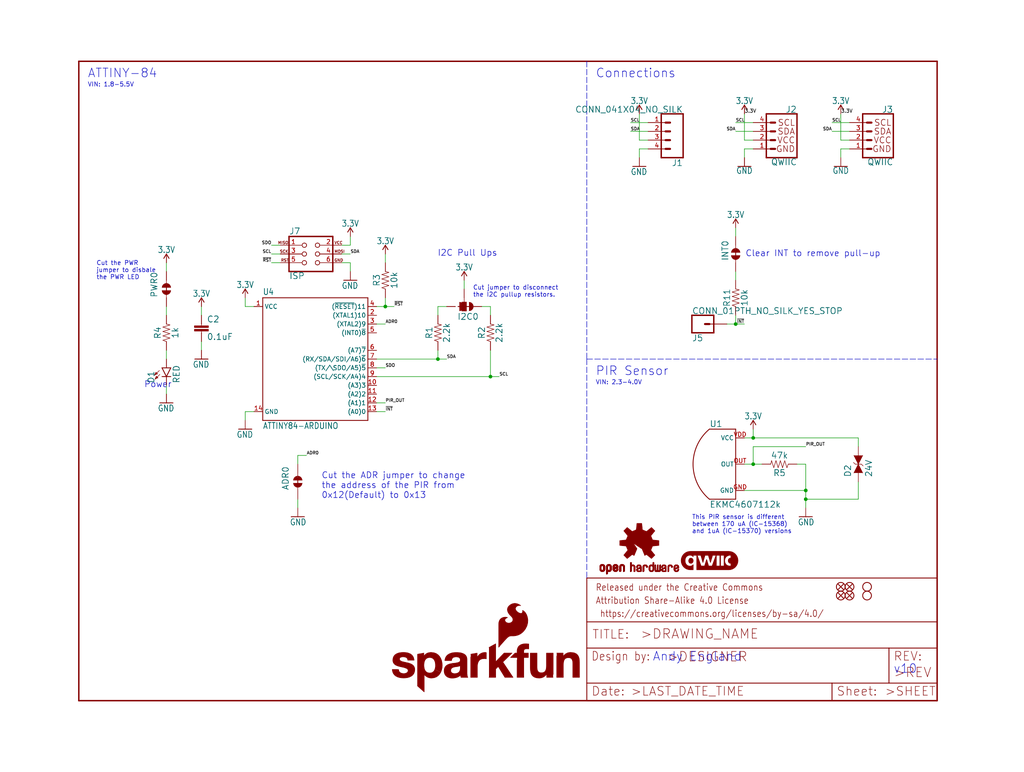
<source format=kicad_sch>
(kicad_sch (version 20211123) (generator eeschema)
  (paper "User" 297.002 223.926)
  (lib_symbols
    (symbol "eagleSchem-eagle-import:0.1UF-0603-25V-(+80{slash}-20%)"
      (property "Reference" "C" (at 1.524 2.921 0))
      (property "Value" "0.1UF-0603-25V-(+80{slash}-20%)" (at 1.524 -2.159 0))
      (symbol "0.1UF-0603-25V-(+80{slash}-20%)_1_0"
        (pin passive line (at 0 5.08 270) (length 2.54) (name "1") (number "1"))
        (pin passive line (at 0 -2.54 90) (length 2.54) (name "2") (number "2"))
      )
    )
    (symbol "eagleSchem-eagle-import:10KOHM-0603-1{slash}10W-1%"
      (property "Reference" "R" (at 0 1.524 0))
      (property "Value" "10KOHM-0603-1{slash}10W-1%" (at 0 -1.524 0))
      (symbol "10KOHM-0603-1{slash}10W-1%_1_0"
        (pin passive line (at -5.08 0 0) (length 2.54) (name "1") (number "1"))
        (pin passive line (at 5.08 0 180) (length 2.54) (name "2") (number "2"))
      )
    )
    (symbol "eagleSchem-eagle-import:1KOHM-0603-1{slash}10W-1%"
      (property "Reference" "R" (at 0 1.524 0))
      (property "Value" "1KOHM-0603-1{slash}10W-1%" (at 0 -1.524 0))
      (symbol "1KOHM-0603-1{slash}10W-1%_1_0"
        (pin passive line (at -5.08 0 0) (length 2.54) (name "1") (number "1"))
        (pin passive line (at 5.08 0 180) (length 2.54) (name "2") (number "2"))
      )
    )
    (symbol "eagleSchem-eagle-import:2.2KOHM-0603-1{slash}10W-1%"
      (property "Reference" "R" (at 0 1.524 0))
      (property "Value" "2.2KOHM-0603-1{slash}10W-1%" (at 0 -1.524 0))
      (symbol "2.2KOHM-0603-1{slash}10W-1%_1_0"
        (pin passive line (at -5.08 0 0) (length 2.54) (name "1") (number "1"))
        (pin passive line (at 5.08 0 180) (length 2.54) (name "2") (number "2"))
      )
    )
    (symbol "eagleSchem-eagle-import:3.3V" (power)
      (property "Value" "3.3V" (at 0 2.794 0))
      (symbol "3.3V_1_0"
        (pin power_in line (at 0 0 90) (length 2.54) (name "3.3V") (number "1"))
      )
    )
    (symbol "eagleSchem-eagle-import:47KOHM-0603-1{slash}10W-1%"
      (property "Reference" "R" (at 0 1.524 0))
      (property "Value" "47KOHM-0603-1{slash}10W-1%" (at 0 -1.524 0))
      (symbol "47KOHM-0603-1{slash}10W-1%_1_0"
        (pin passive line (at -5.08 0 0) (length 2.54) (name "1") (number "1"))
        (pin passive line (at 5.08 0 180) (length 2.54) (name "2") (number "2"))
      )
    )
    (symbol "eagleSchem-eagle-import:ATTINY84-ARDUINO"
      (property "Reference" "U" (at -15.24 18.542 0))
      (property "Value" "ATTINY84-ARDUINO" (at -15.24 -20.32 0))
      (symbol "ATTINY84-ARDUINO_1_0"
        (pin bidirectional line (at -17.78 15.24 0) (length 2.54) (name "VCC") (number "1"))
        (pin bidirectional line (at 17.78 -7.62 180) (length 2.54) (name "(A3)3") (number "10"))
        (pin bidirectional line (at 17.78 -10.16 180) (length 2.54) (name "(A2)2") (number "11"))
        (pin bidirectional line (at 17.78 -12.7 180) (length 2.54) (name "(A1)1") (number "12"))
        (pin bidirectional line (at 17.78 -15.24 180) (length 2.54) (name "(A0)0") (number "13"))
        (pin bidirectional line (at -17.78 -15.24 0) (length 2.54) (name "GND") (number "14"))
        (pin bidirectional line (at 17.78 12.7 180) (length 2.54) (name "(XTAL1)10") (number "2"))
        (pin bidirectional line (at 17.78 10.16 180) (length 2.54) (name "(XTAL2)9") (number "3"))
        (pin bidirectional line (at 17.78 15.24 180) (length 2.54) (name "(~{RESET})11") (number "4"))
        (pin bidirectional line (at 17.78 7.62 180) (length 2.54) (name "(INT0)~{8}") (number "5"))
        (pin bidirectional line (at 17.78 2.54 180) (length 2.54) (name "(A7)~{7}") (number "6"))
        (pin bidirectional line (at 17.78 0 180) (length 2.54) (name "(RX/SDA/SDI/A6)~{6}") (number "7"))
        (pin bidirectional line (at 17.78 -2.54 180) (length 2.54) (name "(TX/\\SDO/A5)~{5}") (number "8"))
        (pin bidirectional line (at 17.78 -5.08 180) (length 2.54) (name "(SCL/SCK/A4)4") (number "9"))
      )
    )
    (symbol "eagleSchem-eagle-import:AVR_SPI_PROG_3X2TESTPOINTS"
      (property "Reference" "J" (at -5.08 5.588 0))
      (property "Value" "AVR_SPI_PROG_3X2TESTPOINTS" (at -5.08 -7.366 0))
      (symbol "AVR_SPI_PROG_3X2TESTPOINTS_1_0"
        (text "GND" (at 8.001 -2.286 0) (effects (font (size 0.8128 0.8128)) (justify left bottom)))
        (text "MISO" (at -5.207 2.794 0) (effects (font (size 0.8128 0.8128)) (justify right bottom)))
        (text "MOSI" (at 8.001 0.254 0) (effects (font (size 0.8128 0.8128)) (justify left bottom)))
        (text "RST" (at -5.08 -2.286 0) (effects (font (size 0.8128 0.8128)) (justify right bottom)))
        (text "SCK" (at -5.207 0.254 0) (effects (font (size 0.8128 0.8128)) (justify right bottom)))
        (text "VCC" (at 8.001 2.794 0) (effects (font (size 0.8128 0.8128)) (justify left bottom)))
        (pin passive inverted (at -7.62 2.54 0) (length 7.62) (name "1") (number "1"))
        (pin passive inverted (at 10.16 2.54 180) (length 7.62) (name "2") (number "2"))
        (pin passive inverted (at -7.62 0 0) (length 7.62) (name "3") (number "3"))
        (pin passive inverted (at 10.16 0 180) (length 7.62) (name "4") (number "4"))
        (pin passive inverted (at -7.62 -2.54 0) (length 7.62) (name "5") (number "5"))
        (pin passive inverted (at 10.16 -2.54 180) (length 7.62) (name "6") (number "6"))
      )
    )
    (symbol "eagleSchem-eagle-import:CONN_01PTH_NO_SILK_YES_STOP"
      (property "Reference" "J" (at -2.54 3.048 0))
      (property "Value" "CONN_01PTH_NO_SILK_YES_STOP" (at -2.54 -4.826 0))
      (symbol "CONN_01PTH_NO_SILK_YES_STOP_1_0"
        (pin passive line (at 7.62 0 180) (length 5.08) (name "1") (number "1"))
      )
    )
    (symbol "eagleSchem-eagle-import:CONN_041X04_NO_SILK"
      (property "Reference" "J" (at -5.08 8.128 0))
      (property "Value" "CONN_041X04_NO_SILK" (at -5.08 -7.366 0))
      (symbol "CONN_041X04_NO_SILK_1_0"
        (pin passive line (at 5.08 -2.54 180) (length 5.08) (name "1") (number "1"))
        (pin passive line (at 5.08 0 180) (length 5.08) (name "2") (number "2"))
        (pin passive line (at 5.08 2.54 180) (length 5.08) (name "3") (number "3"))
        (pin passive line (at 5.08 5.08 180) (length 5.08) (name "4") (number "4"))
      )
    )
    (symbol "eagleSchem-eagle-import:DIODE_TVS"
      (property "Reference" "D" (at -3.81 2.032 0))
      (property "Value" "DIODE_TVS" (at -3.81 -2.032 0))
      (symbol "DIODE_TVS_1_0"
        (pin passive line (at -5.08 0 0) (length 0) (name "A") (number "1"))
        (pin passive line (at 5.08 0 180) (length 0) (name "C") (number "2"))
      )
    )
    (symbol "eagleSchem-eagle-import:FIDUCIALUFIDUCIAL")
    (symbol "eagleSchem-eagle-import:FRAME-LETTER"
      (symbol "FRAME-LETTER_2_0"
        (text " https://creativecommons.org/licenses/by-sa/4.0/" (at 2.54 24.13 0) (effects (font (size 1.9304 1.6408)) (justify left bottom)))
        (text ">DESIGNER" (at 23.114 11.176 0) (effects (font (size 2.7432 2.7432)) (justify left bottom)))
        (text ">DRAWING_NAME" (at 15.494 17.78 0) (effects (font (size 2.7432 2.7432)) (justify left bottom)))
        (text ">LAST_DATE_TIME" (at 12.7 1.27 0) (effects (font (size 2.54 2.54)) (justify left bottom)))
        (text ">REV" (at 88.9 6.604 0) (effects (font (size 2.7432 2.7432)) (justify left bottom)))
        (text ">SHEET" (at 86.36 1.27 0) (effects (font (size 2.54 2.54)) (justify left bottom)))
        (text "Attribution Share-Alike 4.0 License" (at 2.54 27.94 0) (effects (font (size 1.9304 1.6408)) (justify left bottom)))
        (text "Date:" (at 1.27 1.27 0) (effects (font (size 2.54 2.54)) (justify left bottom)))
        (text "Design by:" (at 1.27 11.43 0) (effects (font (size 2.54 2.159)) (justify left bottom)))
        (text "Released under the Creative Commons" (at 2.54 31.75 0) (effects (font (size 1.9304 1.6408)) (justify left bottom)))
        (text "REV:" (at 88.9 11.43 0) (effects (font (size 2.54 2.54)) (justify left bottom)))
        (text "Sheet:" (at 72.39 1.27 0) (effects (font (size 2.54 2.54)) (justify left bottom)))
        (text "TITLE:" (at 1.524 17.78 0) (effects (font (size 2.54 2.54)) (justify left bottom)))
      )
    )
    (symbol "eagleSchem-eagle-import:GND" (power)
      (property "Value" "GND" (at -2.54 -2.54 0))
      (symbol "GND_1_0"
        (pin power_in line (at 0 2.54 270) (length 2.54) (name "GND") (number "1"))
      )
    )
    (symbol "eagleSchem-eagle-import:JUMPER-SMT_2_NC_TRACE_SILK"
      (property "Reference" "JP" (at -2.54 2.54 0))
      (property "Value" "JUMPER-SMT_2_NC_TRACE_SILK" (at -2.54 -2.54 0))
      (symbol "JUMPER-SMT_2_NC_TRACE_SILK_1_0"
        (pin passive line (at -5.08 0 0) (length 2.54) (name "1") (number "1"))
        (pin passive line (at 5.08 0 180) (length 2.54) (name "2") (number "2"))
      )
    )
    (symbol "eagleSchem-eagle-import:JUMPER-SMT_3_2-NC_TRACE_SILK"
      (property "Reference" "JP" (at 2.54 0.381 0))
      (property "Value" "JUMPER-SMT_3_2-NC_TRACE_SILK" (at 2.54 -0.381 0))
      (symbol "JUMPER-SMT_3_2-NC_TRACE_SILK_1_0"
        (pin passive line (at 0 5.08 270) (length 2.54) (name "1") (number "1"))
        (pin passive line (at -5.08 0 0) (length 2.54) (name "2") (number "2"))
        (pin passive line (at 0 -5.08 90) (length 2.54) (name "3") (number "3"))
      )
    )
    (symbol "eagleSchem-eagle-import:LED-RED0603"
      (property "Reference" "D" (at -3.429 -4.572 90))
      (property "Value" "LED-RED0603" (at 1.905 -4.572 90))
      (symbol "LED-RED0603_1_0"
        (pin passive line (at 0 2.54 270) (length 2.54) (name "A") (number "A"))
        (pin passive line (at 0 -5.08 90) (length 2.54) (name "C") (number "C"))
      )
    )
    (symbol "eagleSchem-eagle-import:OSHW-LOGOMINI")
    (symbol "eagleSchem-eagle-import:PIR_EKM4607112K"
      (property "Reference" "U" (at -2.54 10.668 0))
      (property "Value" "PIR_EKM4607112K" (at -2.54 -12.7 0))
      (symbol "PIR_EKM4607112K_1_0"
        (pin bidirectional line (at 7.62 -7.62 180) (length 2.54) (name "GND") (number "GND"))
        (pin bidirectional line (at 7.62 0 180) (length 2.54) (name "OUT") (number "OUT"))
        (pin bidirectional line (at 7.62 7.62 180) (length 2.54) (name "VCC") (number "VDD"))
      )
    )
    (symbol "eagleSchem-eagle-import:QWIIC_CONNECTORJS-1MM"
      (property "Reference" "J" (at -5.08 7.874 0))
      (property "Value" "QWIIC_CONNECTORJS-1MM" (at -5.08 -5.334 0))
      (symbol "QWIIC_CONNECTORJS-1MM_1_0"
        (text "GND" (at -4.572 -2.54 0) (effects (font (size 1.778 1.778)) (justify left)))
        (text "SCL" (at -4.572 5.08 0) (effects (font (size 1.778 1.778)) (justify left)))
        (text "SDA" (at -4.572 2.54 0) (effects (font (size 1.778 1.778)) (justify left)))
        (text "VCC" (at -4.572 0 0) (effects (font (size 1.778 1.778)) (justify left)))
        (pin power_in line (at 7.62 -2.54 180) (length 5.08) (name "1") (number "1"))
        (pin power_in line (at 7.62 0 180) (length 5.08) (name "2") (number "2"))
        (pin passive line (at 7.62 2.54 180) (length 5.08) (name "3") (number "3"))
        (pin passive line (at 7.62 5.08 180) (length 5.08) (name "4") (number "4"))
      )
    )
    (symbol "eagleSchem-eagle-import:QWIIC_LOGO_5MM")
    (symbol "eagleSchem-eagle-import:SFE_LOGO_FLAME.1_INCH")
    (symbol "eagleSchem-eagle-import:SFE_LOGO_NAME.1_INCH")
    (symbol "eagleSchem-eagle-import:STAND-OFF")
    (symbol "eagleSchem-eagle-import:VCC" (power)
      (property "Value" "VCC" (at 0 2.794 0))
      (symbol "VCC_1_0"
        (pin power_in line (at 0 0 90) (length 2.54) (name "VCC") (number "1"))
      )
    )
  )
  (junction (at 111.76 88.9))
  (junction (at 127 104.14))
  (junction (at 218.44 134.62))
  (junction (at 233.68 142.24))
  (junction (at 218.44 127))
  (junction (at 213.36 93.98))
  (junction (at 142.24 109.22))
  (junction (at 233.68 144.78))
  (wire (pts (xy 111.76 76.2) (xy 111.76 73.66)))
  (wire (pts (xy 246.38 35.56) (xy 241.3 35.56)))
  (wire (pts (xy 187.96 38.1) (xy 182.88 38.1)))
  (wire (pts (xy 111.76 88.9) (xy 111.76 86.36)))
  (wire (pts (xy 73.66 88.9) (xy 71.12 88.9)))
  (wire (pts (xy 246.38 43.18) (xy 243.84 43.18)))
  (wire (pts (xy 187.96 35.56) (xy 182.88 35.56)))
  (wire (pts (xy 218.44 127) (xy 248.92 127)))
  (wire (pts (xy 243.84 40.64) (xy 246.38 40.64)))
  (wire (pts (xy 220.98 134.62) (xy 218.44 134.62)))
  (wire (pts (xy 248.92 127) (xy 248.92 129.54)))
  (wire (pts (xy 213.36 66.04) (xy 213.36 68.58)))
  (polyline (pts (xy 170.18 104.14) (xy 271.78 104.14)))
  (wire (pts (xy 142.24 88.9) (xy 142.24 91.44)))
  (wire (pts (xy 101.6 68.58) (xy 101.6 71.12)))
  (wire (pts (xy 218.44 134.62) (xy 218.44 129.54)))
  (wire (pts (xy 210.82 93.98) (xy 213.36 93.98)))
  (wire (pts (xy 48.26 76.2) (xy 48.26 78.74)))
  (wire (pts (xy 109.22 104.14) (xy 127 104.14)))
  (wire (pts (xy 48.26 114.3) (xy 48.26 111.76)))
  (wire (pts (xy 213.36 91.44) (xy 213.36 93.98)))
  (wire (pts (xy 134.62 83.82) (xy 134.62 81.28)))
  (wire (pts (xy 48.26 91.44) (xy 48.26 88.9)))
  (wire (pts (xy 127 88.9) (xy 127 91.44)))
  (wire (pts (xy 81.28 73.66) (xy 78.74 73.66)))
  (wire (pts (xy 213.36 93.98) (xy 215.9 93.98)))
  (wire (pts (xy 86.36 134.62) (xy 86.36 132.08)))
  (wire (pts (xy 109.22 93.98) (xy 111.76 93.98)))
  (wire (pts (xy 248.92 144.78) (xy 233.68 144.78)))
  (wire (pts (xy 86.36 144.78) (xy 86.36 147.32)))
  (wire (pts (xy 129.54 88.9) (xy 127 88.9)))
  (wire (pts (xy 248.92 139.7) (xy 248.92 144.78)))
  (wire (pts (xy 101.6 76.2) (xy 101.6 78.74)))
  (wire (pts (xy 187.96 43.18) (xy 185.42 43.18)))
  (wire (pts (xy 109.22 116.84) (xy 111.76 116.84)))
  (wire (pts (xy 127 104.14) (xy 129.54 104.14)))
  (wire (pts (xy 139.7 88.9) (xy 142.24 88.9)))
  (wire (pts (xy 81.28 76.2) (xy 78.74 76.2)))
  (wire (pts (xy 185.42 33.02) (xy 185.42 40.64)))
  (wire (pts (xy 215.9 142.24) (xy 233.68 142.24)))
  (wire (pts (xy 243.84 43.18) (xy 243.84 45.72)))
  (wire (pts (xy 111.76 88.9) (xy 114.3 88.9)))
  (wire (pts (xy 233.68 144.78) (xy 233.68 147.32)))
  (wire (pts (xy 218.44 43.18) (xy 215.9 43.18)))
  (wire (pts (xy 233.68 134.62) (xy 231.14 134.62)))
  (wire (pts (xy 86.36 132.08) (xy 88.9 132.08)))
  (wire (pts (xy 58.42 91.44) (xy 58.42 88.9)))
  (wire (pts (xy 99.06 73.66) (xy 101.6 73.66)))
  (wire (pts (xy 187.96 40.64) (xy 185.42 40.64)))
  (wire (pts (xy 142.24 101.6) (xy 142.24 109.22)))
  (wire (pts (xy 109.22 119.38) (xy 111.76 119.38)))
  (wire (pts (xy 185.42 45.72) (xy 185.42 43.18)))
  (wire (pts (xy 142.24 109.22) (xy 144.78 109.22)))
  (wire (pts (xy 99.06 71.12) (xy 101.6 71.12)))
  (wire (pts (xy 218.44 129.54) (xy 233.68 129.54)))
  (wire (pts (xy 48.26 104.14) (xy 48.26 101.6)))
  (wire (pts (xy 218.44 134.62) (xy 215.9 134.62)))
  (wire (pts (xy 109.22 88.9) (xy 111.76 88.9)))
  (wire (pts (xy 218.44 127) (xy 218.44 124.46)))
  (wire (pts (xy 218.44 35.56) (xy 213.36 35.56)))
  (wire (pts (xy 233.68 142.24) (xy 233.68 144.78)))
  (wire (pts (xy 81.28 71.12) (xy 78.74 71.12)))
  (wire (pts (xy 243.84 33.02) (xy 243.84 40.64)))
  (polyline (pts (xy 170.18 17.78) (xy 170.18 104.14)))
  (wire (pts (xy 218.44 38.1) (xy 213.36 38.1)))
  (wire (pts (xy 73.66 119.38) (xy 71.12 119.38)))
  (wire (pts (xy 215.9 127) (xy 218.44 127)))
  (wire (pts (xy 109.22 106.68) (xy 111.76 106.68)))
  (wire (pts (xy 109.22 109.22) (xy 142.24 109.22)))
  (wire (pts (xy 99.06 76.2) (xy 101.6 76.2)))
  (polyline (pts (xy 170.18 104.14) (xy 170.18 167.64)))
  (wire (pts (xy 127 101.6) (xy 127 104.14)))
  (wire (pts (xy 71.12 119.38) (xy 71.12 121.92)))
  (wire (pts (xy 71.12 88.9) (xy 71.12 86.36)))
  (wire (pts (xy 213.36 78.74) (xy 213.36 81.28)))
  (wire (pts (xy 58.42 99.06) (xy 58.42 101.6)))
  (wire (pts (xy 215.9 40.64) (xy 218.44 40.64)))
  (wire (pts (xy 246.38 38.1) (xy 241.3 38.1)))
  (wire (pts (xy 215.9 33.02) (xy 215.9 40.64)))
  (wire (pts (xy 233.68 142.24) (xy 233.68 134.62)))
  (wire (pts (xy 215.9 43.18) (xy 215.9 45.72)))
  (text "v10" (at 259.08 195.58 180) (effects (font (size 2.54 2.54)) (justify left bottom)))
  (text "Cut the ADR jumper to change\nthe address of the PIR from\n0x12(Default) to 0x13" (at 93.218 144.78 0) (effects (font (size 1.778 1.778)) (justify left bottom)))
  (text "ATTINY-84" (at 25.4 22.86 180) (effects (font (size 2.54 2.54)) (justify left bottom)))
  (text "Cut the PWR\njumper to disbale\nthe PWR LED" (at 27.94 81.28 180) (effects (font (size 1.27 1.27)) (justify left bottom)))
  (text "PIR Sensor" (at 172.72 109.22 180) (effects (font (size 2.54 2.54)) (justify left bottom)))
  (text "Connections" (at 172.72 22.86 180) (effects (font (size 2.54 2.54)) (justify left bottom)))
  (text "Cut jumper to disconnect\nthe I2C pullup resistors." (at 137.16 86.36 0) (effects (font (size 1.27 1.27)) (justify left bottom)))
  (text "This PIR sensor is different\nbetween 170 uA (IC-15368)\nand 1uA (IC-15370) versions" (at 200.66 154.94 0) (effects (font (size 1.27 1.27)) (justify left bottom)))
  (text "Andy England" (at 189.23 192.024 180) (effects (font (size 2.54 2.54)) (justify left bottom)))
  (text "Clear INT to remove pull-up" (at 216.154 74.676 180) (effects (font (size 1.778 1.778)) (justify left bottom)))
  (text "I2C Pull Ups" (at 126.873 74.549 180) (effects (font (size 1.778 1.778)) (justify left bottom)))
  (text "Power" (at 41.783 112.649 180) (effects (font (size 1.778 1.778)) (justify left bottom)))
  (text "VIN: 2.3-4.0V" (at 172.72 111.76 180) (effects (font (size 1.27 1.27)) (justify left bottom)))
  (text "VIN: 1.8-5.5V" (at 25.4 25.4 180) (effects (font (size 1.27 1.27)) (justify left bottom)))
  (label "SDO" (at 78.74 71.12 180) (effects (font (size 0.889 0.889))))
  (label "3.3V" (at 215.9 33.02 0) (effects (font (size 1.016 1.016))))
  (label "SDO" (at 111.76 106.68 0) (effects (font (size 0.889 0.889))))
  (label "SDA" (at 129.54 104.14 0) (effects (font (size 0.889 0.889))))
  (label "~{RST}" (at 114.3 88.9 0) (effects (font (size 0.889 0.889))))
  (label "SCL" (at 241.3 35.56 0) (effects (font (size 0.889 0.889))))
  (label "SCL" (at 78.74 73.66 180) (effects (font (size 0.889 0.889))))
  (label "SDA" (at 241.3 38.1 180) (effects (font (size 0.889 0.889))))
  (label "~{RST}" (at 78.74 76.2 180) (effects (font (size 0.889 0.889))))
  (label "~{INT}" (at 111.76 119.38 0) (effects (font (size 0.889 0.889))))
  (label "SCL" (at 144.78 109.22 0) (effects (font (size 0.889 0.889))))
  (label "SDA" (at 182.88 38.1 0) (effects (font (size 0.889 0.889))))
  (label "ADR0" (at 88.9 132.08 0) (effects (font (size 0.889 0.889))))
  (label "SDA" (at 213.36 38.1 180) (effects (font (size 0.889 0.889))))
  (label "3.3V" (at 243.84 33.02 0) (effects (font (size 1.016 1.016))))
  (label "ADR0" (at 111.76 93.98 0) (effects (font (size 0.889 0.889))))
  (label "PIR_OUT" (at 111.76 116.84 0) (effects (font (size 0.889 0.889))))
  (label "SCL" (at 213.36 35.56 0) (effects (font (size 0.889 0.889))))
  (label "PIR_OUT" (at 233.68 129.54 0) (effects (font (size 0.889 0.889))))
  (label "SCL" (at 182.88 35.56 0) (effects (font (size 0.889 0.889))))
  (label "SDA" (at 101.6 73.66 0) (effects (font (size 0.889 0.889))))
  (label "~{INT}" (at 215.9 93.98 180) (effects (font (size 0.889 0.889))))
  (symbol (lib_id "eagleSchem-eagle-import:CONN_01PTH_NO_SILK_YES_STOP") (at 203.2 93.98 0) (mirror x) (unit 1)
    (property "Reference" "J5" (at 200.66 97.028 0) (effects (font (size 1.778 1.778)) (justify left bottom)))
    (property "Value" "CONN_01PTH_NO_SILK_YES_STOP" (at 200.66 89.154 0) (effects (font (size 1.778 1.778)) (justify left bottom)))
    (property "Footprint" "eagleSchem:1X01_NO_SILK" (effects hide))
  )
  (symbol (lib_id "eagleSchem-eagle-import:47KOHM-0603-1{slash}10W-1%") (at 226.06 134.62 180) (unit 1)
    (property "Reference" "R5" (at 226.06 136.144 0) (effects (font (size 1.778 1.778)) (justify bottom)))
    (property "Value" "47k" (at 226.06 133.096 0) (effects (font (size 1.778 1.778)) (justify top)))
    (property "Footprint" "eagleSchem:0603" (effects hide))
  )
  (symbol (lib_id "eagleSchem-eagle-import:3.3V") (at 71.12 86.36 0) (unit 1)
    (property "Reference" "#SUPPLY17" (effects hide))
    (property "Value" "3.3V" (at 71.12 83.566 0) (effects (font (size 1.778 1.5113)) (justify bottom)))
    (property "Footprint" "eagleSchem:" (effects hide))
  )
  (symbol (lib_id "eagleSchem-eagle-import:ATTINY84-ARDUINO") (at 91.44 104.14 0) (unit 1)
    (property "Reference" "U4" (at 76.2 85.598 0) (effects (font (size 1.778 1.5113)) (justify left bottom)))
    (property "Value" "ATTINY84-ARDUINO" (at 76.2 124.46 0) (effects (font (size 1.778 1.5113)) (justify left bottom)))
    (property "Footprint" "eagleSchem:SO14" (effects hide))
  )
  (symbol (lib_id "eagleSchem-eagle-import:QWIIC_CONNECTORJS-1MM") (at 254 40.64 0) (mirror y) (unit 1)
    (property "Reference" "J3" (at 259.08 32.766 0) (effects (font (size 1.778 1.778)) (justify left bottom)))
    (property "Value" "QWIIC" (at 251.46 48.006 0) (effects (font (size 1.778 1.778)) (justify right bottom)))
    (property "Footprint" "eagleSchem:JST04_1MM_RA" (effects hide))
  )
  (symbol (lib_id "eagleSchem-eagle-import:JUMPER-SMT_2_NC_TRACE_SILK") (at 48.26 83.82 90) (unit 1)
    (property "Reference" "PWR0" (at 45.72 86.36 0) (effects (font (size 1.778 1.778)) (justify left bottom)))
    (property "Value" "JUMPER-SMT_2_NC_TRACE_SILK" (effects hide))
    (property "Footprint" "eagleSchem:SMT-JUMPER_2_NC_TRACE_SILK" (effects hide))
  )
  (symbol (lib_id "eagleSchem-eagle-import:10KOHM-0603-1{slash}10W-1%") (at 111.76 81.28 90) (unit 1)
    (property "Reference" "R3" (at 110.236 81.28 0) (effects (font (size 1.778 1.778)) (justify bottom)))
    (property "Value" "10k" (at 113.284 81.28 0) (effects (font (size 1.778 1.778)) (justify top)))
    (property "Footprint" "eagleSchem:0603" (effects hide))
  )
  (symbol (lib_id "eagleSchem-eagle-import:2.2KOHM-0603-1{slash}10W-1%") (at 142.24 96.52 90) (unit 1)
    (property "Reference" "R2" (at 140.716 96.52 0) (effects (font (size 1.778 1.778)) (justify bottom)))
    (property "Value" "2.2k" (at 143.764 96.52 0) (effects (font (size 1.778 1.778)) (justify top)))
    (property "Footprint" "eagleSchem:0603" (effects hide))
  )
  (symbol (lib_id "eagleSchem-eagle-import:GND") (at 58.42 104.14 0) (unit 1)
    (property "Reference" "#GND7" (effects hide))
    (property "Value" "GND" (at 55.88 106.68 0) (effects (font (size 1.778 1.5113)) (justify left bottom)))
    (property "Footprint" "eagleSchem:" (effects hide))
  )
  (symbol (lib_id "eagleSchem-eagle-import:FIDUCIALUFIDUCIAL") (at 243.84 172.72 0) (unit 1)
    (property "Reference" "JP8" (effects hide))
    (property "Value" "FIDUCIALUFIDUCIAL" (effects hide))
    (property "Footprint" "eagleSchem:MICRO-FIDUCIAL" (effects hide))
  )
  (symbol (lib_id "eagleSchem-eagle-import:GND") (at 48.26 116.84 0) (unit 1)
    (property "Reference" "#GND10" (effects hide))
    (property "Value" "GND" (at 45.72 119.38 0) (effects (font (size 1.778 1.5113)) (justify left bottom)))
    (property "Footprint" "eagleSchem:" (effects hide))
  )
  (symbol (lib_id "eagleSchem-eagle-import:GND") (at 215.9 48.26 0) (unit 1)
    (property "Reference" "#GND4" (effects hide))
    (property "Value" "GND" (at 215.9 48.514 0) (effects (font (size 1.778 1.5113)) (justify top)))
    (property "Footprint" "eagleSchem:" (effects hide))
  )
  (symbol (lib_id "eagleSchem-eagle-import:3.3V") (at 218.44 124.46 0) (unit 1)
    (property "Reference" "#SUPPLY1" (effects hide))
    (property "Value" "3.3V" (at 218.44 121.666 0) (effects (font (size 1.778 1.5113)) (justify bottom)))
    (property "Footprint" "eagleSchem:" (effects hide))
  )
  (symbol (lib_id "eagleSchem-eagle-import:SFE_LOGO_NAME.1_INCH") (at 111.76 200.66 0) (unit 1)
    (property "Reference" "LOGO3" (effects hide))
    (property "Value" "SFE_LOGO_NAME.1_INCH" (effects hide))
    (property "Footprint" "eagleSchem:SFE_LOGO_NAME_.1" (effects hide))
  )
  (symbol (lib_id "eagleSchem-eagle-import:3.3V") (at 111.76 73.66 0) (unit 1)
    (property "Reference" "#SUPPLY18" (effects hide))
    (property "Value" "3.3V" (at 111.76 70.866 0) (effects (font (size 1.778 1.5113)) (justify bottom)))
    (property "Footprint" "eagleSchem:" (effects hide))
  )
  (symbol (lib_id "eagleSchem-eagle-import:JUMPER-SMT_3_2-NC_TRACE_SILK") (at 134.62 88.9 270) (unit 1)
    (property "Reference" "I2C0" (at 132.588 92.837 90) (effects (font (size 1.778 1.778)) (justify left bottom)))
    (property "Value" "JUMPER-SMT_3_2-NC_TRACE_SILK" (effects hide))
    (property "Footprint" "eagleSchem:SMT-JUMPER_3_2-NC_TRACE_SILK" (effects hide))
  )
  (symbol (lib_id "eagleSchem-eagle-import:GND") (at 101.6 81.28 0) (unit 1)
    (property "Reference" "#GND14" (effects hide))
    (property "Value" "GND" (at 99.06 83.82 0) (effects (font (size 1.778 1.5113)) (justify left bottom)))
    (property "Footprint" "eagleSchem:" (effects hide))
  )
  (symbol (lib_id "eagleSchem-eagle-import:SFE_LOGO_FLAME.1_INCH") (at 144.272 188.214 0) (unit 1)
    (property "Reference" "LOGO4" (effects hide))
    (property "Value" "SFE_LOGO_FLAME.1_INCH" (effects hide))
    (property "Footprint" "eagleSchem:SFE_LOGO_FLAME_.1" (effects hide))
  )
  (symbol (lib_id "eagleSchem-eagle-import:FIDUCIALUFIDUCIAL") (at 246.38 170.18 0) (unit 1)
    (property "Reference" "JP6" (effects hide))
    (property "Value" "FIDUCIALUFIDUCIAL" (effects hide))
    (property "Footprint" "eagleSchem:MICRO-FIDUCIAL" (effects hide))
  )
  (symbol (lib_id "eagleSchem-eagle-import:LED-RED0603") (at 48.26 106.68 0) (unit 1)
    (property "Reference" "D1" (at 44.831 111.252 90) (effects (font (size 1.778 1.778)) (justify left bottom)))
    (property "Value" "RED" (at 50.165 111.252 90) (effects (font (size 1.778 1.778)) (justify left top)))
    (property "Footprint" "eagleSchem:LED-0603" (effects hide))
  )
  (symbol (lib_id "eagleSchem-eagle-import:10KOHM-0603-1{slash}10W-1%") (at 213.36 86.36 90) (unit 1)
    (property "Reference" "R11" (at 211.836 86.36 0) (effects (font (size 1.778 1.778)) (justify bottom)))
    (property "Value" "10k" (at 214.884 86.36 0) (effects (font (size 1.778 1.778)) (justify top)))
    (property "Footprint" "eagleSchem:0603" (effects hide))
  )
  (symbol (lib_id "eagleSchem-eagle-import:VCC") (at 215.9 33.02 0) (unit 1)
    (property "Reference" "#SUPPLY6" (effects hide))
    (property "Value" "3.3V" (at 215.9 30.226 0) (effects (font (size 1.778 1.5113)) (justify bottom)))
    (property "Footprint" "eagleSchem:" (effects hide))
  )
  (symbol (lib_id "eagleSchem-eagle-import:OSHW-LOGOMINI") (at 185.42 157.48 0) (unit 1)
    (property "Reference" "LOGO1" (effects hide))
    (property "Value" "OSHW-LOGOMINI" (effects hide))
    (property "Footprint" "eagleSchem:OSHW-LOGO-MINI" (effects hide))
  )
  (symbol (lib_id "eagleSchem-eagle-import:3.3V") (at 58.42 88.9 0) (unit 1)
    (property "Reference" "#SUPPLY2" (effects hide))
    (property "Value" "3.3V" (at 58.42 86.106 0) (effects (font (size 1.778 1.5113)) (justify bottom)))
    (property "Footprint" "eagleSchem:" (effects hide))
  )
  (symbol (lib_id "eagleSchem-eagle-import:GND") (at 86.36 149.86 0) (mirror y) (unit 1)
    (property "Reference" "#GND12" (effects hide))
    (property "Value" "GND" (at 88.9 152.4 0) (effects (font (size 1.778 1.5113)) (justify left bottom)))
    (property "Footprint" "eagleSchem:" (effects hide))
  )
  (symbol (lib_id "eagleSchem-eagle-import:JUMPER-SMT_2_NC_TRACE_SILK") (at 213.36 73.66 90) (unit 1)
    (property "Reference" "INT0" (at 211.328 75.692 0) (effects (font (size 1.778 1.778)) (justify left bottom)))
    (property "Value" "JUMPER-SMT_2_NC_TRACE_SILK" (effects hide))
    (property "Footprint" "eagleSchem:SMT-JUMPER_2_NC_TRACE_SILK" (effects hide))
  )
  (symbol (lib_id "eagleSchem-eagle-import:3.3V") (at 101.6 68.58 0) (unit 1)
    (property "Reference" "#SUPPLY19" (effects hide))
    (property "Value" "3.3V" (at 101.6 65.786 0) (effects (font (size 1.778 1.5113)) (justify bottom)))
    (property "Footprint" "eagleSchem:" (effects hide))
  )
  (symbol (lib_id "eagleSchem-eagle-import:GND") (at 243.84 48.26 0) (unit 1)
    (property "Reference" "#GND6" (effects hide))
    (property "Value" "GND" (at 243.84 48.514 0) (effects (font (size 1.778 1.5113)) (justify top)))
    (property "Footprint" "eagleSchem:" (effects hide))
  )
  (symbol (lib_id "eagleSchem-eagle-import:3.3V") (at 48.26 76.2 0) (unit 1)
    (property "Reference" "#SUPPLY3" (effects hide))
    (property "Value" "3.3V" (at 48.26 73.406 0) (effects (font (size 1.778 1.5113)) (justify bottom)))
    (property "Footprint" "eagleSchem:" (effects hide))
  )
  (symbol (lib_id "eagleSchem-eagle-import:2.2KOHM-0603-1{slash}10W-1%") (at 127 96.52 90) (unit 1)
    (property "Reference" "R1" (at 125.476 96.52 0) (effects (font (size 1.778 1.778)) (justify bottom)))
    (property "Value" "2.2k" (at 128.524 96.52 0) (effects (font (size 1.778 1.778)) (justify top)))
    (property "Footprint" "eagleSchem:0603" (effects hide))
  )
  (symbol (lib_id "eagleSchem-eagle-import:DIODE_TVS") (at 248.92 134.62 90) (unit 1)
    (property "Reference" "D2" (at 246.888 138.43 0) (effects (font (size 1.778 1.778)) (justify left bottom)))
    (property "Value" "24V" (at 250.952 138.43 0) (effects (font (size 1.778 1.778)) (justify left top)))
    (property "Footprint" "eagleSchem:0603" (effects hide))
  )
  (symbol (lib_id "eagleSchem-eagle-import:3.3V") (at 213.36 66.04 0) (unit 1)
    (property "Reference" "#SUPPLY5" (effects hide))
    (property "Value" "3.3V" (at 213.36 63.246 0) (effects (font (size 1.778 1.5113)) (justify bottom)))
    (property "Footprint" "eagleSchem:" (effects hide))
  )
  (symbol (lib_id "eagleSchem-eagle-import:QWIIC_CONNECTORJS-1MM") (at 226.06 40.64 0) (mirror y) (unit 1)
    (property "Reference" "J2" (at 231.14 32.766 0) (effects (font (size 1.778 1.778)) (justify left bottom)))
    (property "Value" "QWIIC" (at 223.52 48.006 0) (effects (font (size 1.778 1.778)) (justify right bottom)))
    (property "Footprint" "eagleSchem:JST04_1MM_RA" (effects hide))
  )
  (symbol (lib_id "eagleSchem-eagle-import:3.3V") (at 185.42 33.02 0) (unit 1)
    (property "Reference" "#SUPPLY12" (effects hide))
    (property "Value" "3.3V" (at 185.42 30.226 0) (effects (font (size 1.778 1.5113)) (justify bottom)))
    (property "Footprint" "eagleSchem:" (effects hide))
  )
  (symbol (lib_id "eagleSchem-eagle-import:JUMPER-SMT_2_NC_TRACE_SILK") (at 86.36 139.7 90) (unit 1)
    (property "Reference" "ADR0" (at 83.82 142.24 0) (effects (font (size 1.778 1.778)) (justify left bottom)))
    (property "Value" "JUMPER-SMT_2_NC_TRACE_SILK" (effects hide))
    (property "Footprint" "eagleSchem:SMT-JUMPER_2_NC_TRACE_SILK" (effects hide))
  )
  (symbol (lib_id "eagleSchem-eagle-import:3.3V") (at 134.62 81.28 0) (unit 1)
    (property "Reference" "#SUPPLY15" (effects hide))
    (property "Value" "3.3V" (at 134.62 78.486 0) (effects (font (size 1.778 1.5113)) (justify bottom)))
    (property "Footprint" "eagleSchem:" (effects hide))
  )
  (symbol (lib_id "eagleSchem-eagle-import:VCC") (at 243.84 33.02 0) (unit 1)
    (property "Reference" "#SUPPLY7" (effects hide))
    (property "Value" "3.3V" (at 243.84 30.226 0) (effects (font (size 1.778 1.5113)) (justify bottom)))
    (property "Footprint" "eagleSchem:" (effects hide))
  )
  (symbol (lib_id "eagleSchem-eagle-import:FRAME-LETTER") (at 170.18 203.2 0) (unit 2)
    (property "Reference" "FRAME1" (effects hide))
    (property "Value" "FRAME-LETTER" (effects hide))
    (property "Footprint" "eagleSchem:CREATIVE_COMMONS" (effects hide))
  )
  (symbol (lib_id "eagleSchem-eagle-import:STAND-OFF") (at 251.46 172.72 0) (unit 1)
    (property "Reference" "H2" (effects hide))
    (property "Value" "STAND-OFF" (effects hide))
    (property "Footprint" "eagleSchem:STAND-OFF" (effects hide))
  )
  (symbol (lib_id "eagleSchem-eagle-import:PIR_EKM4607112K") (at 208.28 134.62 0) (unit 1)
    (property "Reference" "U1" (at 205.74 123.952 0) (effects (font (size 1.778 1.778)) (justify left bottom)))
    (property "Value" "EKMC4607112k" (at 205.74 147.32 0) (effects (font (size 1.778 1.778)) (justify left bottom)))
    (property "Footprint" "eagleSchem:TO-3" (effects hide))
  )
  (symbol (lib_id "eagleSchem-eagle-import:GND") (at 185.42 48.26 0) (unit 1)
    (property "Reference" "#GND8" (effects hide))
    (property "Value" "GND" (at 182.88 50.8 0) (effects (font (size 1.778 1.5113)) (justify left bottom)))
    (property "Footprint" "eagleSchem:" (effects hide))
  )
  (symbol (lib_id "eagleSchem-eagle-import:FIDUCIALUFIDUCIAL") (at 243.84 170.18 0) (unit 1)
    (property "Reference" "JP2" (effects hide))
    (property "Value" "FIDUCIALUFIDUCIAL" (effects hide))
    (property "Footprint" "eagleSchem:MICRO-FIDUCIAL" (effects hide))
  )
  (symbol (lib_id "eagleSchem-eagle-import:FRAME-LETTER") (at 22.86 203.2 0) (unit 1)
    (property "Reference" "FRAME1" (effects hide))
    (property "Value" "FRAME-LETTER" (effects hide))
    (property "Footprint" "eagleSchem:CREATIVE_COMMONS" (effects hide))
  )
  (symbol (lib_id "eagleSchem-eagle-import:CONN_041X04_NO_SILK") (at 193.04 38.1 180) (unit 1)
    (property "Reference" "J1" (at 198.12 46.228 0) (effects (font (size 1.778 1.778)) (justify left bottom)))
    (property "Value" "CONN_041X04_NO_SILK" (at 198.12 30.734 0) (effects (font (size 1.778 1.778)) (justify left bottom)))
    (property "Footprint" "eagleSchem:1X04_NO_SILK" (effects hide))
  )
  (symbol (lib_id "eagleSchem-eagle-import:0.1UF-0603-25V-(+80{slash}-20%)") (at 58.42 96.52 0) (unit 1)
    (property "Reference" "C2" (at 59.944 93.599 0) (effects (font (size 1.778 1.778)) (justify left bottom)))
    (property "Value" "0.1uF" (at 59.944 98.679 0) (effects (font (size 1.778 1.778)) (justify left bottom)))
    (property "Footprint" "eagleSchem:0603" (effects hide))
  )
  (symbol (lib_id "eagleSchem-eagle-import:1KOHM-0603-1{slash}10W-1%") (at 48.26 96.52 90) (unit 1)
    (property "Reference" "R4" (at 46.736 96.52 0) (effects (font (size 1.778 1.778)) (justify bottom)))
    (property "Value" "1k" (at 49.784 96.52 0) (effects (font (size 1.778 1.778)) (justify top)))
    (property "Footprint" "eagleSchem:0603" (effects hide))
  )
  (symbol (lib_id "eagleSchem-eagle-import:AVR_SPI_PROG_3X2TESTPOINTS") (at 88.9 73.66 0) (unit 1)
    (property "Reference" "J7" (at 83.82 68.072 0) (effects (font (size 1.778 1.778)) (justify left bottom)))
    (property "Value" "ISP" (at 83.82 81.026 0) (effects (font (size 1.778 1.778)) (justify left bottom)))
    (property "Footprint" "eagleSchem:2X3_TEST_POINTS" (effects hide))
  )
  (symbol (lib_id "eagleSchem-eagle-import:GND") (at 71.12 124.46 0) (unit 1)
    (property "Reference" "#GND13" (effects hide))
    (property "Value" "GND" (at 68.58 127 0) (effects (font (size 1.778 1.5113)) (justify left bottom)))
    (property "Footprint" "eagleSchem:" (effects hide))
  )
  (symbol (lib_id "eagleSchem-eagle-import:STAND-OFF") (at 251.46 170.18 0) (unit 1)
    (property "Reference" "H1" (effects hide))
    (property "Value" "STAND-OFF" (effects hide))
    (property "Footprint" "eagleSchem:STAND-OFF" (effects hide))
  )
  (symbol (lib_id "eagleSchem-eagle-import:GND") (at 233.68 149.86 0) (mirror y) (unit 1)
    (property "Reference" "#GND2" (effects hide))
    (property "Value" "GND" (at 236.22 152.4 0) (effects (font (size 1.778 1.5113)) (justify left bottom)))
    (property "Footprint" "eagleSchem:" (effects hide))
  )
  (symbol (lib_id "eagleSchem-eagle-import:FIDUCIALUFIDUCIAL") (at 246.38 172.72 0) (unit 1)
    (property "Reference" "JP9" (effects hide))
    (property "Value" "FIDUCIALUFIDUCIAL" (effects hide))
    (property "Footprint" "eagleSchem:MICRO-FIDUCIAL" (effects hide))
  )
  (symbol (lib_id "eagleSchem-eagle-import:QWIIC_LOGO_5MM") (at 205.74 162.56 0) (unit 1)
    (property "Reference" "LOGO2" (effects hide))
    (property "Value" "QWIIC_LOGO_5MM" (effects hide))
    (property "Footprint" "eagleSchem:QWIIC_5MM" (effects hide))
  )
)
</source>
